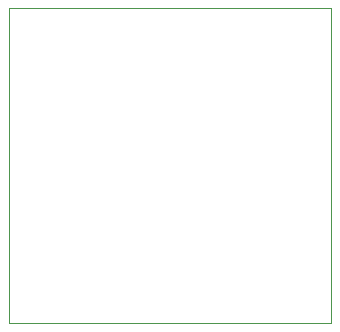
<source format=gbr>
%TF.GenerationSoftware,KiCad,Pcbnew,(6.0.10)*%
%TF.CreationDate,2023-02-16T14:21:40-08:00*%
%TF.ProjectId,Lab_4.2,4c61625f-342e-4322-9e6b-696361645f70,rev?*%
%TF.SameCoordinates,Original*%
%TF.FileFunction,Profile,NP*%
%FSLAX46Y46*%
G04 Gerber Fmt 4.6, Leading zero omitted, Abs format (unit mm)*
G04 Created by KiCad (PCBNEW (6.0.10)) date 2023-02-16 14:21:40*
%MOMM*%
%LPD*%
G01*
G04 APERTURE LIST*
%TA.AperFunction,Profile*%
%ADD10C,0.100000*%
%TD*%
G04 APERTURE END LIST*
D10*
X127000000Y-70485000D02*
X154305000Y-70485000D01*
X154305000Y-70485000D02*
X154305000Y-97155000D01*
X154305000Y-97155000D02*
X127000000Y-97155000D01*
X127000000Y-97155000D02*
X127000000Y-70485000D01*
M02*

</source>
